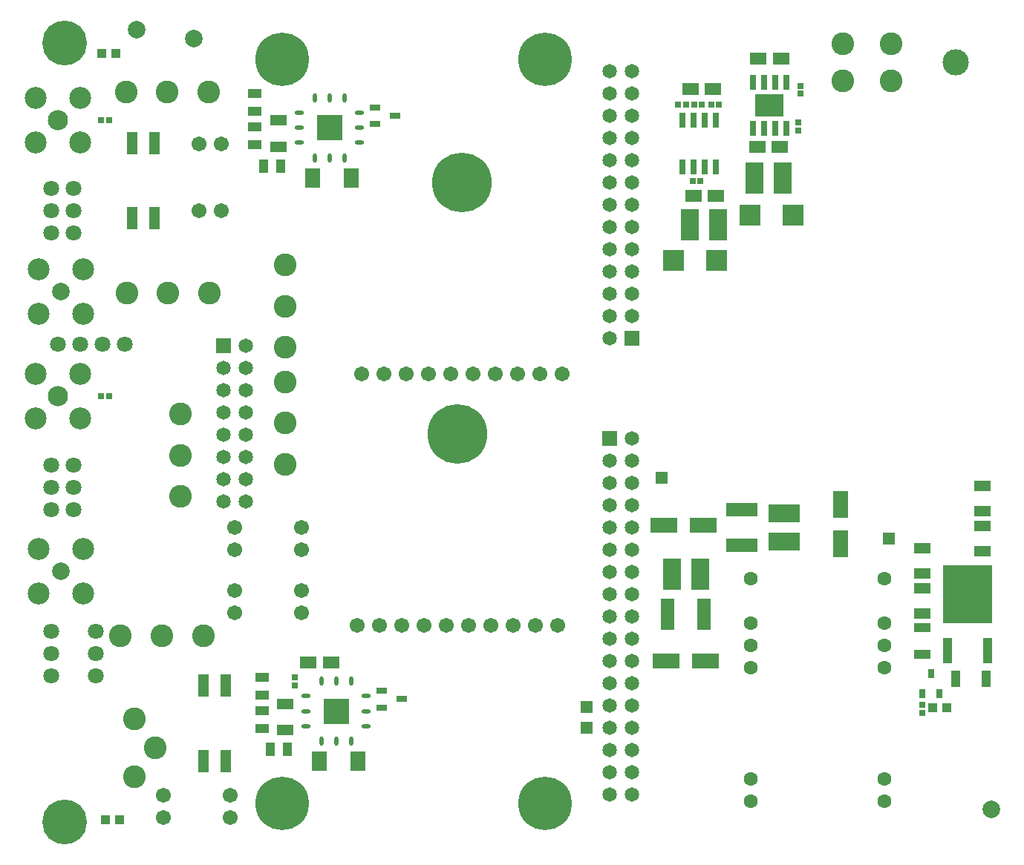
<source format=gts>
G04*
G04 #@! TF.GenerationSoftware,Altium Limited,Altium Designer,21.5.1 (32)*
G04*
G04 Layer_Color=8388736*
%FSLAX25Y25*%
%MOIN*%
G70*
G04*
G04 #@! TF.SameCoordinates,40A1BE61-9D6D-4511-9C65-2EA0C261B3BE*
G04*
G04*
G04 #@! TF.FilePolarity,Negative*
G04*
G01*
G75*
%ADD46R,0.02843X0.02843*%
%ADD47R,0.07488X0.05323*%
%ADD48O,0.04142X0.01780*%
%ADD49R,0.03945X0.04339*%
%ADD50R,0.07488X0.04929*%
%ADD51R,0.06504X0.09063*%
%ADD52R,0.04535X0.02961*%
%ADD53O,0.01780X0.04142*%
%ADD54R,0.11819X0.11819*%
%ADD55R,0.04142X0.05913*%
%ADD56R,0.05913X0.04142*%
%ADD57R,0.04850X0.10008*%
%ADD58R,0.02764X0.06504*%
%ADD59R,0.12598X0.09890*%
%ADD60R,0.02764X0.06504*%
%ADD61R,0.07291X0.04339*%
%ADD62R,0.22252X0.25992*%
%ADD63R,0.04339X0.11622*%
%ADD64R,0.02764X0.04339*%
%ADD65R,0.04339X0.07291*%
%ADD66R,0.02843X0.02685*%
%ADD67R,0.08276X0.14181*%
%ADD68R,0.09653X0.09260*%
%ADD69R,0.05402X0.05402*%
%ADD70R,0.14181X0.08276*%
%ADD71R,0.06701X0.12213*%
%ADD72R,0.12213X0.06701*%
%ADD73R,0.14181X0.05913*%
%ADD74R,0.05913X0.14181*%
%ADD75R,0.02685X0.02843*%
%ADD76R,0.02843X0.02843*%
%ADD77R,0.05402X0.05402*%
%ADD78C,0.07874*%
%ADD79C,0.06504*%
%ADD80C,0.07094*%
%ADD81C,0.10244*%
%ADD82C,0.06701*%
%ADD83C,0.26780*%
%ADD84C,0.07882*%
%ADD85C,0.09850*%
%ADD86C,0.06307*%
%ADD87C,0.11811*%
%ADD88C,0.09063*%
%ADD89C,0.20087*%
%ADD90R,0.06504X0.06504*%
%ADD91C,0.24024*%
D46*
X117500Y86772D02*
D03*
Y83228D02*
D03*
X344543Y348919D02*
D03*
Y352462D02*
D03*
X343543Y335962D02*
D03*
Y332419D02*
D03*
D47*
X123603Y93500D02*
D03*
X133839D02*
D03*
X335661Y364691D02*
D03*
X325425D02*
D03*
X335203Y325076D02*
D03*
X324966D02*
D03*
X296382Y303000D02*
D03*
X306618D02*
D03*
X305197Y351114D02*
D03*
X294961D02*
D03*
D48*
X122614Y78253D02*
D03*
X119614Y340307D02*
D03*
Y333614D02*
D03*
Y326921D02*
D03*
X146386D02*
D03*
Y333614D02*
D03*
Y340307D02*
D03*
X122614Y71560D02*
D03*
Y64868D02*
D03*
X149386D02*
D03*
Y71560D02*
D03*
Y78253D02*
D03*
D49*
X30701Y367000D02*
D03*
X32382Y22638D02*
D03*
X403850Y73000D02*
D03*
X410150D02*
D03*
X37000Y367000D02*
D03*
X38681Y22638D02*
D03*
D50*
X110000Y325094D02*
D03*
Y336906D02*
D03*
X426000Y161291D02*
D03*
Y172709D02*
D03*
X399000Y115291D02*
D03*
Y126709D02*
D03*
X426000Y143291D02*
D03*
Y154709D02*
D03*
X399000Y133291D02*
D03*
Y144709D02*
D03*
X113000Y63028D02*
D03*
Y74839D02*
D03*
D51*
X142840Y311216D02*
D03*
X125517D02*
D03*
X128517Y49162D02*
D03*
X145840D02*
D03*
D52*
X153472Y335260D02*
D03*
X162528Y339000D02*
D03*
X153472Y342740D02*
D03*
X156472Y80686D02*
D03*
Y73206D02*
D03*
X165528Y76946D02*
D03*
D53*
X139693Y347000D02*
D03*
X126307D02*
D03*
Y320228D02*
D03*
X133000D02*
D03*
X139693D02*
D03*
X133000Y347000D02*
D03*
X136000Y84946D02*
D03*
X142693D02*
D03*
X129307D02*
D03*
Y58175D02*
D03*
X136000D02*
D03*
X142693D02*
D03*
D54*
X133000Y333614D02*
D03*
X136000Y71560D02*
D03*
D55*
X111220Y316376D02*
D03*
X103346D02*
D03*
X106346Y54322D02*
D03*
X114220D02*
D03*
D56*
X99500Y348937D02*
D03*
Y341063D02*
D03*
Y333937D02*
D03*
Y326063D02*
D03*
X102756Y63779D02*
D03*
Y71653D02*
D03*
Y78779D02*
D03*
Y86653D02*
D03*
D57*
X54500Y326866D02*
D03*
X44500D02*
D03*
Y293007D02*
D03*
X54500D02*
D03*
X86520Y82936D02*
D03*
X76521D02*
D03*
Y49078D02*
D03*
X86520D02*
D03*
D58*
X338043Y354124D02*
D03*
X333043D02*
D03*
X328043D02*
D03*
X323043D02*
D03*
Y333258D02*
D03*
X328043D02*
D03*
X333043D02*
D03*
X338043D02*
D03*
D59*
X330543Y343691D02*
D03*
D60*
X291398Y315963D02*
D03*
X296398D02*
D03*
X301398D02*
D03*
X306398D02*
D03*
X291398Y337223D02*
D03*
X296398D02*
D03*
X301398D02*
D03*
X306398D02*
D03*
D61*
X399000Y108906D02*
D03*
Y97094D02*
D03*
D62*
X419500Y124055D02*
D03*
D63*
X428476Y98661D02*
D03*
X410524D02*
D03*
D64*
X399260Y79472D02*
D03*
X406740D02*
D03*
X403000Y88528D02*
D03*
D65*
X414110Y86000D02*
D03*
X427890D02*
D03*
D66*
X399000Y70650D02*
D03*
Y74350D02*
D03*
D67*
X323835Y311101D02*
D03*
X336433D02*
D03*
X299299Y133000D02*
D03*
X286701D02*
D03*
X307299Y290000D02*
D03*
X294701D02*
D03*
D68*
X321854Y294500D02*
D03*
X341146D02*
D03*
X306646Y274140D02*
D03*
X287354D02*
D03*
D69*
X384000Y149000D02*
D03*
D70*
X337000Y160472D02*
D03*
Y147874D02*
D03*
D71*
X362500Y146642D02*
D03*
Y164358D02*
D03*
D72*
X300858Y155000D02*
D03*
X283142D02*
D03*
X301858Y94000D02*
D03*
X284142D02*
D03*
D73*
X318000Y162071D02*
D03*
Y145929D02*
D03*
D74*
X301071Y115000D02*
D03*
X284929D02*
D03*
D75*
X289320Y343968D02*
D03*
X293020D02*
D03*
X30299Y337000D02*
D03*
X34000D02*
D03*
X30299Y213000D02*
D03*
X34000D02*
D03*
D76*
X300169Y343919D02*
D03*
X296626D02*
D03*
X299534Y309691D02*
D03*
X295991D02*
D03*
X307926Y343919D02*
D03*
X304382D02*
D03*
D77*
X282000Y176500D02*
D03*
X248500Y73500D02*
D03*
Y64173D02*
D03*
D78*
X72133Y373699D02*
D03*
X46614Y377874D02*
D03*
X430000Y27536D02*
D03*
D79*
X258780Y359213D02*
D03*
X95551Y165787D02*
D03*
X268780Y359213D02*
D03*
X85551Y165787D02*
D03*
X268780Y74173D02*
D03*
Y84173D02*
D03*
Y94173D02*
D03*
Y104173D02*
D03*
Y114173D02*
D03*
Y124173D02*
D03*
Y134173D02*
D03*
Y144173D02*
D03*
Y154173D02*
D03*
Y164173D02*
D03*
Y174173D02*
D03*
Y184173D02*
D03*
Y194173D02*
D03*
X258780Y74173D02*
D03*
Y84173D02*
D03*
Y94173D02*
D03*
Y104173D02*
D03*
Y114173D02*
D03*
Y124173D02*
D03*
Y134173D02*
D03*
Y144173D02*
D03*
Y154173D02*
D03*
Y164173D02*
D03*
Y174173D02*
D03*
Y184173D02*
D03*
Y64173D02*
D03*
Y54173D02*
D03*
Y44173D02*
D03*
X268780Y64173D02*
D03*
Y54173D02*
D03*
Y44173D02*
D03*
Y34173D02*
D03*
X258780D02*
D03*
X268780Y249213D02*
D03*
Y259213D02*
D03*
Y269213D02*
D03*
Y279213D02*
D03*
Y289213D02*
D03*
Y299213D02*
D03*
Y309213D02*
D03*
Y319213D02*
D03*
Y329213D02*
D03*
Y339213D02*
D03*
Y349213D02*
D03*
X258780Y239213D02*
D03*
Y249213D02*
D03*
Y259213D02*
D03*
Y269213D02*
D03*
Y279213D02*
D03*
Y289213D02*
D03*
Y299213D02*
D03*
Y309213D02*
D03*
Y319213D02*
D03*
Y329213D02*
D03*
Y339213D02*
D03*
Y349213D02*
D03*
X95551Y175787D02*
D03*
Y185787D02*
D03*
Y195787D02*
D03*
Y205787D02*
D03*
Y215787D02*
D03*
Y225787D02*
D03*
Y235787D02*
D03*
X85551Y175787D02*
D03*
Y185787D02*
D03*
Y195787D02*
D03*
Y205787D02*
D03*
Y215787D02*
D03*
Y225787D02*
D03*
D80*
X8175Y107500D02*
D03*
Y97500D02*
D03*
Y87500D02*
D03*
X28175D02*
D03*
Y97500D02*
D03*
Y107500D02*
D03*
X8175Y182000D02*
D03*
Y172000D02*
D03*
Y162000D02*
D03*
X18175D02*
D03*
Y172000D02*
D03*
Y182000D02*
D03*
Y306500D02*
D03*
Y296500D02*
D03*
Y286500D02*
D03*
X8175D02*
D03*
Y296500D02*
D03*
Y306500D02*
D03*
X11000Y236500D02*
D03*
X21000D02*
D03*
X41000D02*
D03*
X31000D02*
D03*
D81*
X113272Y219530D02*
D03*
Y201026D02*
D03*
Y182522D02*
D03*
X113000Y234996D02*
D03*
Y253500D02*
D03*
Y272004D02*
D03*
X39288Y105500D02*
D03*
X57792D02*
D03*
X76296D02*
D03*
X41996Y259500D02*
D03*
X79004D02*
D03*
X60500D02*
D03*
X41675Y349705D02*
D03*
X60179D02*
D03*
X78683D02*
D03*
X363606Y354732D02*
D03*
X385260Y371268D02*
D03*
Y354732D02*
D03*
X363606Y371268D02*
D03*
X66000Y168000D02*
D03*
Y186504D02*
D03*
Y205008D02*
D03*
X54792Y54992D02*
D03*
X45300Y67984D02*
D03*
Y42000D02*
D03*
D82*
X84458Y326500D02*
D03*
X74458D02*
D03*
X84458Y296500D02*
D03*
X90603Y144000D02*
D03*
Y115834D02*
D03*
X74458Y296500D02*
D03*
X58445Y33608D02*
D03*
X90603Y154000D02*
D03*
Y125834D02*
D03*
X88445Y33608D02*
D03*
X120603Y144000D02*
D03*
Y154000D02*
D03*
Y115834D02*
D03*
Y125834D02*
D03*
X88445Y23608D02*
D03*
X58445D02*
D03*
X157468Y223000D02*
D03*
X197468D02*
D03*
X217469D02*
D03*
X167469D02*
D03*
X187469D02*
D03*
X207469D02*
D03*
X177469D02*
D03*
X227468D02*
D03*
X237469D02*
D03*
X147468D02*
D03*
X155468Y110000D02*
D03*
X195468D02*
D03*
X215469D02*
D03*
X165469D02*
D03*
X185468D02*
D03*
X205469D02*
D03*
X175469D02*
D03*
X225468D02*
D03*
X235469D02*
D03*
X145468D02*
D03*
D83*
X192469Y309000D02*
D03*
X190469Y196000D02*
D03*
D84*
X12600Y134500D02*
D03*
Y260000D02*
D03*
D85*
X22600Y124500D02*
D03*
X2600Y144500D02*
D03*
X22600D02*
D03*
X2600Y124500D02*
D03*
Y250000D02*
D03*
X22600Y270000D02*
D03*
X2600D02*
D03*
X22600Y250000D02*
D03*
X1000Y223000D02*
D03*
X21000D02*
D03*
Y203000D02*
D03*
X1000D02*
D03*
Y347000D02*
D03*
X21000D02*
D03*
Y327000D02*
D03*
X1000D02*
D03*
D86*
X322000Y131000D02*
D03*
Y111000D02*
D03*
Y101000D02*
D03*
Y91000D02*
D03*
Y41000D02*
D03*
Y31000D02*
D03*
X382000Y131000D02*
D03*
Y111000D02*
D03*
Y101000D02*
D03*
Y91000D02*
D03*
Y41000D02*
D03*
Y31000D02*
D03*
D87*
X414000Y363000D02*
D03*
D88*
X11000Y213000D02*
D03*
Y337000D02*
D03*
D89*
X14000Y371701D02*
D03*
Y21701D02*
D03*
D90*
X258780Y194173D02*
D03*
X268780Y239213D02*
D03*
X85551Y235787D02*
D03*
D91*
X229921Y29921D02*
D03*
Y364567D02*
D03*
X111811Y29921D02*
D03*
Y364567D02*
D03*
M02*

</source>
